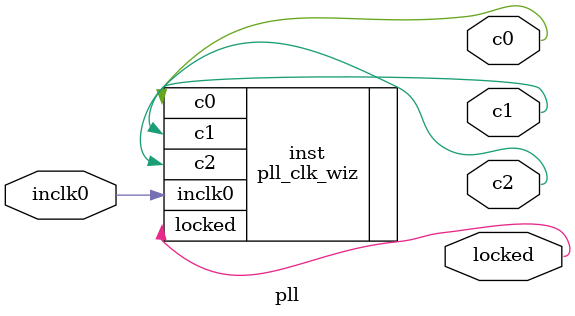
<source format=v>


`timescale 1ps/1ps

(* CORE_GENERATION_INFO = "pll,clk_wiz_v6_0_11_0_0,{component_name=pll,use_phase_alignment=true,use_min_o_jitter=false,use_max_i_jitter=false,use_dyn_phase_shift=false,use_inclk_switchover=false,use_dyn_reconfig=false,enable_axi=0,feedback_source=FDBK_AUTO,PRIMITIVE=MMCM,num_out_clk=3,clkin1_period=20.000,clkin2_period=10.000,use_power_down=false,use_reset=false,use_locked=true,use_inclk_stopped=false,feedback_type=SINGLE,CLOCK_MGR_TYPE=NA,manual_override=false}" *)

module pll 
 (
  // Clock out ports
  output        c0,
  output        c1,
  output        c2,
  // Status and control signals
  output        locked,
 // Clock in ports
  input         inclk0
 );

  pll_clk_wiz inst
  (
  // Clock out ports  
  .c0(c0),
  .c1(c1),
  .c2(c2),
  // Status and control signals               
  .locked(locked),
 // Clock in ports
  .inclk0(inclk0)
  );

endmodule

</source>
